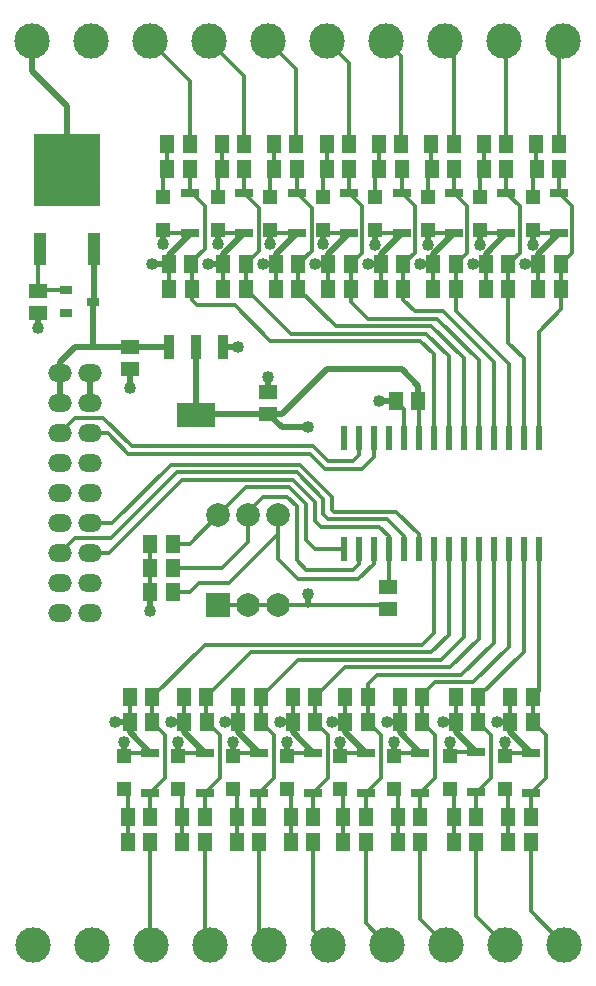
<source format=gtl>
%TF.GenerationSoftware,Novarm,DipTrace,3.3.1.2*%
%TF.CreationDate,2019-04-15T21:39:31+01:00*%
%FSLAX35Y35*%
%MOMM*%
%TF.FileFunction,Copper,L1,Top*%
%TF.Part,Single*%
%TA.AperFunction,Conductor*%
%ADD13C,0.3*%
%ADD14C,0.5*%
%ADD16R,1.3X1.5*%
%ADD17R,1.5X1.3*%
%ADD19R,1.2X1.2*%
%ADD21R,1.6X0.8*%
%ADD23R,1.05X0.65*%
%ADD25R,1.0X2.75*%
%ADD26R,5.55X6.15*%
%TA.AperFunction,ComponentPad*%
%ADD27R,2.0X2.0*%
%ADD28C,2.0*%
%ADD29O,2.0X1.5*%
%ADD30R,0.6X2.0*%
%TA.AperFunction,ComponentPad*%
%ADD31C,3.0*%
%ADD33R,0.95X2.15*%
%ADD34R,3.25X2.15*%
%TA.AperFunction,ViaPad*%
%ADD35C,1.016*%
G75*
G01*
%LPD*%
X4650887Y920653D2*
D13*
Y1126527D1*
X4651367Y1127007D1*
Y1332880D1*
X4619140Y1365107D1*
X1444953Y1936547D2*
Y2142420D1*
X1444473Y2142900D1*
X1619080Y1673360D2*
X1425107D1*
X1396853Y1645107D1*
X1904800Y2142900D2*
Y1937027D1*
X1905280Y1936547D1*
X2365127Y2142900D2*
Y1937027D1*
X2365607Y1936547D1*
X2825453Y2142900D2*
Y1937027D1*
X2825933Y1936547D1*
X3270387Y2142900D2*
Y1936547D1*
X3730233Y2142900D2*
Y1937027D1*
X3730713Y1936547D1*
X2079407Y1673360D2*
X1885433D1*
X1857180Y1645107D1*
X2539733Y1673360D2*
X2345760D1*
X2317507Y1645107D1*
X3000060Y1673360D2*
X2806087D1*
X2777833Y1645107D1*
X3444513Y1673360D2*
X3250540D1*
X3222287Y1645107D1*
X4206433Y2142900D2*
Y1937027D1*
X4206913Y1936547D1*
X4666760Y2142900D2*
Y1936547D1*
X4841367Y1673360D2*
X4647393D1*
X4619140Y1645107D1*
X4376433Y1677967D2*
X4191673D1*
X4158813Y1645107D1*
X3904840Y1673360D2*
X3710867D1*
X3682613Y1645107D1*
X1619080Y3444513D2*
Y3238160D1*
Y3031807D1*
X4016433Y5603287D2*
Y5809160D1*
X4015953Y5809640D1*
X4905340Y5603287D2*
Y5809160D1*
X4904860Y5809640D1*
X4460887Y5603287D2*
Y5809160D1*
X4460407Y5809640D1*
X3571980Y5603287D2*
Y5809160D1*
X3571500Y5809640D1*
X3127527Y5603287D2*
Y5809160D1*
X3127047Y5809640D1*
X2683073Y5603287D2*
Y5809160D1*
X2682593Y5809640D1*
X2238620Y5603287D2*
Y5809160D1*
X2238140Y5809640D1*
X1778293Y5603287D2*
Y5809160D1*
X1777813Y5809640D1*
X1952420Y6072827D2*
X1758447D1*
X1730193Y6101080D1*
X2412747Y6072827D2*
X2218773D1*
X2190520Y6101080D1*
X2857200Y6072827D2*
X2663227D1*
X2634973Y6101080D1*
X3301653Y6072827D2*
X3107680D1*
X3079427Y6101080D1*
X3746107Y6072827D2*
X3552133D1*
X3523880Y6101080D1*
X4190560Y6072827D2*
X3996587D1*
X3968333Y6101080D1*
X4635013Y6072827D2*
X4441040D1*
X4412787Y6101080D1*
X5079467Y6072827D2*
X4885493D1*
X4857240Y6101080D1*
X3763113Y4335257D2*
Y4586740D1*
X3698967Y4650887D1*
X1105020Y4631777D2*
D14*
Y4885777D1*
X666680Y5396933D2*
Y5269947D1*
X1444233Y4920973D2*
Y4762240D1*
X2619100Y4729773D2*
Y4857240D1*
X3698967Y4650887D2*
X3555627D1*
X1619080Y3031807D2*
Y2873073D1*
X2238140Y5111213D2*
X2365127D1*
X1730193Y6101080D2*
Y5984247D1*
X2190520Y6101080D2*
Y5984247D1*
X2634973Y6101080D2*
Y5984247D1*
X3079427Y6101080D2*
Y5984247D1*
X3523880Y6101080D2*
Y5968373D1*
X3968333Y6101080D2*
Y5968373D1*
X4412787Y6101080D2*
Y5968373D1*
X4857240Y6101080D2*
Y5968373D1*
X1777813Y5809640D2*
X1634953D1*
X2238140D2*
X2111153D1*
X3127047D2*
X3015933D1*
X2682593D2*
X2571480D1*
X3571500D2*
X3460387D1*
X4015953D2*
X3904840D1*
X4460407D2*
X4349293D1*
X4904860D2*
X4793747D1*
X1396853Y1645107D2*
Y1761940D1*
X1857180Y1645107D2*
Y1761940D1*
X2317507Y1645107D2*
Y1761940D1*
X2777833Y1645107D2*
Y1761940D1*
X3222287Y1645107D2*
Y1761940D1*
X3682613Y1645107D2*
Y1761940D1*
X4158813Y1645107D2*
Y1761940D1*
X4619140Y1645107D2*
Y1761940D1*
X1444953Y1936547D2*
X1317487D1*
X1905280D2*
X1793687D1*
X2365607D2*
X2254013D1*
X2825933D2*
X2714340D1*
X3270387D2*
X3158793D1*
X3730713D2*
X3619120D1*
X4206913D2*
X4095320D1*
X4666760D2*
X4555647D1*
X1444953D2*
Y1847487D1*
X1619080Y1673360D1*
X1905280Y1936547D2*
Y1847487D1*
X2079407Y1673360D1*
X2365607Y1936547D2*
Y1847487D1*
X2539733Y1673360D1*
X2825933Y1936547D2*
Y1847487D1*
X3000060Y1673360D1*
X3270387Y1936547D2*
Y1847487D1*
X3444513Y1673360D1*
X3730713Y1936547D2*
Y1847487D1*
X3904840Y1673360D1*
X4206913Y1936547D2*
Y1847487D1*
X4376433Y1677967D1*
X4666760Y1936547D2*
Y1847967D1*
X4841367Y1673360D1*
X1952420Y6072827D2*
Y6063613D1*
X1777813Y5889007D1*
Y5809640D1*
X2412747Y6072827D2*
X2238140Y5898220D1*
Y5809640D1*
X2857200Y6072827D2*
X2682593Y5898220D1*
Y5809640D1*
X3301653Y6072827D2*
X3127047Y5898220D1*
Y5809640D1*
X5079467Y6072827D2*
X4904860Y5898220D1*
Y5809640D1*
X4635013Y6072827D2*
X4460407Y5898220D1*
Y5809640D1*
X4190560Y6072827D2*
X4015953Y5898220D1*
Y5809640D1*
X3746107Y6072827D2*
X3571500Y5898220D1*
Y5809640D1*
X4841367Y1333360D2*
D13*
X4968353Y1460347D1*
Y1824953D1*
X4856760Y1936547D1*
X4841367Y1127007D2*
Y1333360D1*
X4856760Y2142900D2*
Y1936547D1*
X4906113Y3395257D2*
Y2192253D1*
X4856760Y2142900D1*
X3890113Y3395257D2*
Y3522733D1*
X3698487Y3714360D1*
X3174667D1*
X3158793Y3730233D1*
Y3841347D1*
X2888947Y4111193D1*
X1793687D1*
X1298270Y3615777D1*
X1105020D1*
X3763113Y3395257D2*
Y3506873D1*
X3619120Y3650867D1*
X3127047D1*
X3079427Y3698487D1*
Y3825473D1*
X2857200Y4047700D1*
X1841307D1*
X1285740Y3492133D1*
X981377D1*
X851020Y3361777D1*
X910553Y6606627D2*
D14*
Y7153100D1*
X617000Y7446653D1*
Y7700000D1*
X4190560Y920653D2*
D13*
Y1127007D1*
X4190800Y1127247D1*
Y1333120D1*
X4158813Y1365107D1*
X1138553Y5936627D2*
D14*
Y5496187D1*
X1134780Y5492413D1*
X1778140Y5111213D2*
X1444473D1*
X1444233Y5110973D1*
X851020Y4631777D2*
Y4885777D1*
X1444233Y5110973D2*
X1134780D1*
X983907D1*
X851020Y4978087D1*
Y4885777D1*
X1134780Y5492413D2*
Y5110973D1*
X3714360Y920653D2*
D13*
Y1127007D1*
X3714600Y1127247D1*
Y1333120D1*
X3682613Y1365107D1*
X3382113Y4335257D2*
Y4191653D1*
X3333400Y4142940D1*
X3127047D1*
X3000060Y4269927D1*
X1460347D1*
X1222247Y4508027D1*
X981270D1*
X851020Y4377777D1*
X3509113Y4335257D2*
Y4175793D1*
X3412767Y4079447D1*
X3095300D1*
X2968313Y4206433D1*
X1428600D1*
X1257257Y4377777D1*
X1105020D1*
X3636113Y3395257D2*
Y3078947D1*
X3634993D1*
X3636113Y3395257D2*
Y3506887D1*
X3555627Y3587373D1*
X3063553D1*
X3015933Y3634993D1*
Y3793727D1*
X2825453Y3984207D1*
X1888927D1*
X1266497Y3361777D1*
X1105020D1*
X2190520Y2920693D2*
X2444520D1*
X2698520D1*
X2952440D1*
X3603247D1*
X3634993Y2888947D1*
X3890113Y4335257D2*
Y4649740D1*
X3888967Y4650887D1*
X2008140Y5111213D2*
D14*
Y4531213D1*
X2619100Y4539773D2*
X2016700D1*
X2008140Y4531213D1*
X3888967Y4650887D2*
Y4777873D1*
X3746107Y4920733D1*
X3111173D1*
X2730213Y4539773D1*
X2619100D1*
X2730213Y4428660D1*
X2952440D1*
Y3015933D2*
Y2920693D1*
X3255113Y3395257D2*
D13*
X3017570D1*
X2936567Y3476260D1*
Y3777853D1*
X2793707Y3920713D1*
X2428590D1*
X2190570Y3682693D1*
X1809080Y3444513D2*
X1952390D1*
X2190570Y3682693D1*
X3382113Y3395257D2*
Y3271000D1*
X3333400Y3222287D1*
X2936567D1*
X2857200Y3301653D1*
Y3761980D1*
X2777833Y3841347D1*
X2571480D1*
X2444520Y3714387D1*
Y3682693D1*
X1809080Y3238160D2*
X2222267D1*
X2444520Y3460413D1*
Y3682693D1*
X3509113Y3395257D2*
Y3271013D1*
X3381020Y3142920D1*
X2873073D1*
X2698520Y3317473D1*
Y3682693D1*
X1809080Y3031807D2*
X1952420D1*
X2031787Y3111173D1*
X2285760D1*
X2698520Y3523933D1*
Y3682693D1*
X4376433Y1337967D2*
X4385647D1*
X4508027Y1460347D1*
Y1825433D1*
X4396913Y1936547D1*
X4380800Y1127247D2*
Y1333600D1*
X4376433Y1337967D1*
X4396433Y2142900D2*
Y1937027D1*
X4396913Y1936547D1*
X4779113Y3395257D2*
Y2525580D1*
X4396433Y2142900D1*
X3254033Y920653D2*
Y1127007D1*
X3254273Y1127247D1*
Y1333120D1*
X3222287Y1365107D1*
X3904840Y1333360D2*
X4031827Y1460347D1*
Y1825433D1*
X3920713Y1936547D1*
X3904600Y1127247D2*
Y1333120D1*
X3904840Y1333360D1*
X3920233Y2142900D2*
Y1937027D1*
X3920713Y1936547D1*
X4652113Y3395257D2*
Y2572707D1*
X4349293Y2269887D1*
X4031827D1*
X3920233Y2158293D1*
Y2142900D1*
X2809580Y920653D2*
Y1127007D1*
X2809820Y1127247D1*
Y1333120D1*
X2777833Y1365107D1*
X3444513Y1333360D2*
X3571500Y1460347D1*
Y1825433D1*
X3460387Y1936547D1*
X3444273Y1127247D2*
Y1333120D1*
X3444513Y1333360D1*
X3460387Y2142900D2*
Y1936547D1*
X4525113Y3395257D2*
Y2604440D1*
X4254053Y2333380D1*
X3539753D1*
X3460387Y2254013D1*
Y2142900D1*
X2349253Y920653D2*
Y1127007D1*
X2349493Y1127247D1*
Y1333120D1*
X2317507Y1365107D1*
X3000060Y1333360D2*
X3127047Y1460347D1*
Y1825433D1*
X3015933Y1936547D1*
X2999820Y1127247D2*
Y1333120D1*
X3000060Y1333360D1*
X3015453Y2142900D2*
Y1937027D1*
X3015933Y1936547D1*
X4398113Y3395257D2*
Y2636173D1*
X4158813Y2396873D1*
X3269427D1*
X3015453Y2142900D1*
X1761940Y6825533D2*
Y6619660D1*
X1762420Y6619180D1*
X1730193Y6381080D2*
Y6586953D1*
X1762420Y6619180D1*
X2539733Y1333360D2*
X2666720Y1460347D1*
Y1825433D1*
X2555607Y1936547D1*
X2539493Y1127247D2*
Y1333120D1*
X2539733Y1333360D1*
X2555127Y2142900D2*
Y1937027D1*
X2555607Y1936547D1*
X4271113Y3395257D2*
Y2652033D1*
X4079447Y2460367D1*
X2872593D1*
X2555127Y2142900D1*
X1888927Y920653D2*
Y1127007D1*
X1889167Y1127247D1*
Y1333120D1*
X1857180Y1365107D1*
X2079407Y1333360D2*
X2206393Y1460347D1*
Y1825433D1*
X2095280Y1936547D1*
X2079167Y1127247D2*
Y1333120D1*
X2079407Y1333360D1*
X2094800Y2142900D2*
Y1937027D1*
X2095280Y1936547D1*
X4144113Y3395257D2*
Y2667893D1*
X4000080Y2523860D1*
X2475760D1*
X2094800Y2142900D1*
X1428600Y920653D2*
Y1127007D1*
X1428840Y1127247D1*
Y1333120D1*
X1396853Y1365107D1*
X1619080Y1333360D2*
X1746067Y1460347D1*
Y1825433D1*
X1634953Y1936547D1*
X1618840Y1127247D2*
Y1333120D1*
X1619080Y1333360D1*
X1634473Y2142900D2*
Y1937027D1*
X1634953Y1936547D1*
X4017113Y3395257D2*
Y2683753D1*
X3920713Y2587353D1*
X2078927D1*
X1634473Y2142900D1*
X2857200Y6412827D2*
X2984187Y6285840D1*
Y5921233D1*
X2872593Y5809640D1*
X2857200Y6412827D2*
Y6619180D1*
X2873073Y5603287D2*
Y5809160D1*
X2872593Y5809640D1*
X4271113Y4335257D2*
Y5014787D1*
X4000080Y5285820D1*
X3190540D1*
X2873073Y5603287D1*
X1952420Y6412827D2*
X1968293D1*
X2079407Y6301713D1*
Y5936627D1*
X1967813Y5825033D1*
Y5809640D1*
X1952420Y6412827D2*
Y6619180D1*
X1968293Y5603287D2*
Y5809160D1*
X1967813Y5809640D1*
X4017113Y4335257D2*
Y5046560D1*
X3904840Y5158833D1*
X2634973D1*
X2333380Y5460427D1*
X2015913D1*
X1968293Y5508047D1*
Y5603287D1*
X2222267Y6825533D2*
Y6619660D1*
X2222747Y6619180D1*
X2190520Y6381080D2*
Y6586953D1*
X2222747Y6619180D1*
X2666720Y6825533D2*
Y6619660D1*
X2667200Y6619180D1*
X2634973Y6381080D2*
Y6586953D1*
X2667200Y6619180D1*
X2412747Y6412827D2*
X2539733Y6285840D1*
Y5921233D1*
X2428140Y5809640D1*
X2412747Y6412827D2*
Y6619180D1*
X2428620Y5603287D2*
Y5809160D1*
X2428140Y5809640D1*
X4144113Y4335257D2*
Y5030673D1*
X3952460Y5222327D1*
X2809580D1*
X2428620Y5603287D1*
X3111173Y6825533D2*
Y6619660D1*
X3111653Y6619180D1*
X3079427Y6381080D2*
Y6586953D1*
X3111653Y6619180D1*
X4840887Y920653D2*
Y331613D1*
X5125000Y47500D1*
X3555627Y6825533D2*
Y6619660D1*
X3556107Y6619180D1*
X3523880Y6381080D2*
Y6586953D1*
X3556107Y6619180D1*
X3301653Y6412827D2*
X3412767Y6301713D1*
Y5905360D1*
X3317047Y5809640D1*
X3301653Y6412827D2*
Y6619180D1*
X3317527Y5603287D2*
Y5809160D1*
X3317047Y5809640D1*
X4398113Y4335257D2*
Y4998900D1*
X4047700Y5349313D1*
X3460387D1*
X3317527Y5492173D1*
Y5603287D1*
X4000080Y6825533D2*
Y6619660D1*
X4000560Y6619180D1*
X3968333Y6381080D2*
Y6586953D1*
X4000560Y6619180D1*
X3746107Y6412827D2*
X3857220Y6301713D1*
Y5905360D1*
X3761500Y5809640D1*
X3746107Y6412827D2*
Y6619180D1*
X3761980Y5603287D2*
Y5809160D1*
X3761500Y5809640D1*
X4525113Y4335257D2*
Y4983013D1*
X4095320Y5412807D1*
X3857220D1*
X3761980Y5508047D1*
Y5603287D1*
X4190560Y6412827D2*
X4301673Y6301713D1*
Y5905360D1*
X4205953Y5809640D1*
X4190560Y6412827D2*
Y6619180D1*
X4206433Y5603287D2*
Y5809160D1*
X4205953Y5809640D1*
X4652113Y4335257D2*
Y4967127D1*
X4206433Y5412807D1*
Y5603287D1*
X4444533Y6825533D2*
Y6619660D1*
X4445013Y6619180D1*
X4412787Y6381080D2*
Y6586953D1*
X4445013Y6619180D1*
X4635013Y6412827D2*
X4746127Y6301713D1*
Y5905360D1*
X4650407Y5809640D1*
X4635013Y6412827D2*
Y6619180D1*
X4650887Y5603287D2*
Y5809160D1*
X4650407Y5809640D1*
X4779113Y4335257D2*
Y5014733D1*
X4650887Y5142960D1*
Y5603287D1*
X4888987Y6825533D2*
Y6619660D1*
X4889467Y6619180D1*
X4857240Y6381080D2*
Y6586953D1*
X4889467Y6619180D1*
X5094860Y5809640D2*
X5190580Y5905360D1*
Y6301713D1*
X5079467Y6412827D1*
Y6619180D1*
X5095340Y5603287D2*
Y5809160D1*
X5094860Y5809640D1*
X4906113Y4335257D2*
Y5239453D1*
X5095340Y5428680D1*
Y5603287D1*
X3745627Y6825533D2*
Y7571373D1*
X3617000Y7700000D1*
X4190080Y6825533D2*
Y7626920D1*
X4117000Y7700000D1*
X4380560Y920653D2*
Y291940D1*
X4625000Y47500D1*
X3904360Y920653D2*
Y268140D1*
X4125000Y47500D1*
X3444033Y920653D2*
Y228467D1*
X3625000Y47500D1*
X2999580Y920653D2*
Y172920D1*
X3125000Y47500D1*
X2539253Y920653D2*
Y133247D1*
X2625000Y47500D1*
X2078927Y920653D2*
Y93573D1*
X2125000Y47500D1*
X1618600Y920653D2*
Y53900D1*
X1625000Y47500D1*
X1951940Y6825533D2*
Y7365060D1*
X1617000Y7700000D1*
X2412267Y6825533D2*
Y7404733D1*
X2117000Y7700000D1*
X2856720Y6825533D2*
Y7460280D1*
X2617000Y7700000D1*
X3301173Y6825533D2*
Y7515827D1*
X3117000Y7700000D1*
X666680Y5586933D2*
Y5920753D1*
X682553Y5936627D1*
X904780Y5587413D2*
X667160D1*
X666680Y5586933D1*
X4634533Y6825533D2*
Y7682467D1*
X4617000Y7700000D1*
X5078987Y6825533D2*
Y7661987D1*
X5117000Y7700000D1*
D35*
X666680Y5269947D3*
X1444233Y4762240D3*
X2619100Y4857240D3*
X3555627Y4650887D3*
X1619080Y2873073D3*
X2365127Y5111213D3*
X1730193Y5984247D3*
X2190520D3*
X2634973D3*
X3079427D3*
X3523880Y5968373D3*
X3968333D3*
X4412787D3*
X4857240D3*
X1634953Y5809640D3*
X2111153D3*
X3015933D3*
X2571480D3*
X3460387D3*
X3904840D3*
X4349293D3*
X4793747D3*
X1396853Y1761940D3*
X1857180D3*
X2317507D3*
X2777833D3*
X3222287D3*
X3682613D3*
X4158813D3*
X4619140D3*
X1317487Y1936547D3*
X1793687D3*
X2254013D3*
X2714340D3*
X3158793D3*
X3619120D3*
X4095320D3*
X4555647D3*
X2952440Y4428660D3*
Y3015933D3*
D16*
X4856760Y2142900D3*
X4666760D3*
D17*
X1444233Y5110973D3*
Y4920973D3*
X2619100Y4539773D3*
Y4729773D3*
D16*
X3888967Y4650887D3*
X3698967D3*
X4396433Y2142900D3*
X4206433D3*
X3920233D3*
X3730233D3*
X3460387D3*
X3270387D3*
X3015453D3*
X2825453D3*
X2555127D3*
X2365127D3*
X2094800D3*
X1904800D3*
X1634473D3*
X1444473D3*
X1968293Y5603287D3*
X1778293D3*
X2428620D3*
X2238620D3*
X2873073D3*
X2683073D3*
X3317527D3*
X3127527D3*
X3761980D3*
X3571980D3*
X4206433D3*
X4016433D3*
X4650887D3*
X4460887D3*
X5095340D3*
X4905340D3*
D19*
X4619140Y1365107D3*
Y1645107D3*
D21*
X4841367Y1333360D3*
Y1673360D3*
D23*
X904780Y5587413D3*
Y5397413D3*
X1134780Y5492413D3*
D19*
X4158813Y1365107D3*
Y1645107D3*
D21*
X4376433Y1337967D3*
Y1677967D3*
D19*
X3682613Y1365107D3*
Y1645107D3*
D21*
X3904840Y1333360D3*
Y1673360D3*
D19*
X3222287Y1365107D3*
Y1645107D3*
D21*
X3444513Y1333360D3*
Y1673360D3*
D19*
X2777833Y1365107D3*
Y1645107D3*
D21*
X3000060Y1333360D3*
Y1673360D3*
D19*
X2317507Y1365107D3*
Y1645107D3*
D21*
X2539733Y1333360D3*
Y1673360D3*
D19*
X1857180Y1365107D3*
Y1645107D3*
D21*
X2079407Y1333360D3*
Y1673360D3*
D19*
X1396853Y1365107D3*
Y1645107D3*
D21*
X1619080Y1333360D3*
Y1673360D3*
D19*
X1730193Y6381080D3*
Y6101080D3*
D21*
X1952420Y6412827D3*
Y6072827D3*
D19*
X2190520Y6381080D3*
Y6101080D3*
D21*
X2412747Y6412827D3*
Y6072827D3*
D19*
X2634973Y6381080D3*
Y6101080D3*
D21*
X2857200Y6412827D3*
Y6072827D3*
D19*
X3079427Y6381080D3*
Y6101080D3*
D21*
X3301653Y6412827D3*
Y6072827D3*
D19*
X3523880Y6381080D3*
Y6101080D3*
D21*
X3746107Y6412827D3*
Y6072827D3*
D19*
X3968333Y6381080D3*
Y6101080D3*
D21*
X4190560Y6412827D3*
Y6072827D3*
D19*
X4412787Y6381080D3*
Y6101080D3*
D21*
X4635013Y6412827D3*
Y6072827D3*
D19*
X4857240Y6381080D3*
Y6101080D3*
D21*
X5079467Y6412827D3*
Y6072827D3*
D25*
X682553Y5936627D3*
X1138553D3*
D26*
X910553Y6606627D3*
D16*
X4650887Y920653D3*
X4840887D3*
X4841367Y1127007D3*
X4651367D3*
X4666760Y1936547D3*
X4856760D3*
X1619080Y3031807D3*
X1809080D3*
X1619080Y3238160D3*
X1809080D3*
X1619080Y3444513D3*
X1809080D3*
D17*
X3634993Y2888947D3*
Y3078947D3*
D16*
X4190560Y920653D3*
X4380560D3*
X4380800Y1127247D3*
X4190800D3*
X4206913Y1936547D3*
X4396913D3*
X3714360Y920653D3*
X3904360D3*
X3904600Y1127247D3*
X3714600D3*
X3730713Y1936547D3*
X3920713D3*
X3254033Y920653D3*
X3444033D3*
X3444273Y1127247D3*
X3254273D3*
X3270387Y1936547D3*
X3460387D3*
X2809580Y920653D3*
X2999580D3*
X2999820Y1127247D3*
X2809820D3*
X2825933Y1936547D3*
X3015933D3*
X2349253Y920653D3*
X2539253D3*
D17*
X666680Y5396933D3*
Y5586933D3*
D16*
X2539493Y1127247D3*
X2349493D3*
X2365607Y1936547D3*
X2555607D3*
X1888927Y920653D3*
X2078927D3*
X2079167Y1127247D3*
X1889167D3*
X1905280Y1936547D3*
X2095280D3*
X1428600Y920653D3*
X1618600D3*
X1618840Y1127247D3*
X1428840D3*
X1444953Y1936547D3*
X1634953D3*
X1761940Y6825533D3*
X1951940D3*
X1952420Y6619180D3*
X1762420D3*
X1777813Y5809640D3*
X1967813D3*
X2222267Y6825533D3*
X2412267D3*
X2412747Y6619180D3*
X2222747D3*
X2238140Y5809640D3*
X2428140D3*
X2666720Y6825533D3*
X2856720D3*
X2857200Y6619180D3*
X2667200D3*
X2682593Y5809640D3*
X2872593D3*
X3111173Y6825533D3*
X3301173D3*
X3301653Y6619180D3*
X3111653D3*
X3127047Y5809640D3*
X3317047D3*
X3555627Y6825533D3*
X3745627D3*
X3746107Y6619180D3*
X3556107D3*
X3571500Y5809640D3*
X3761500D3*
X4000080Y6825533D3*
X4190080D3*
X4190560Y6619180D3*
X4000560D3*
X4015953Y5809640D3*
X4205953D3*
X4444533Y6825533D3*
X4634533D3*
X4635013Y6619180D3*
X4445013D3*
X4460407Y5809640D3*
X4650407D3*
X4888987Y6825533D3*
X5078987D3*
X5079467Y6619180D3*
X4889467D3*
X4904860Y5809640D3*
X5094860D3*
D27*
X2190520Y2920693D3*
D28*
X2444520D3*
X2698520D3*
Y3682693D3*
X2444520D3*
X2190570D3*
D29*
X851020Y4885777D3*
Y4631777D3*
Y4377777D3*
Y4123777D3*
Y3869777D3*
Y3615777D3*
Y3361777D3*
Y3107777D3*
Y2853777D3*
X1105020Y4885777D3*
Y4631777D3*
Y4377777D3*
Y4123777D3*
Y3869777D3*
Y3615777D3*
Y3361777D3*
Y3107777D3*
Y2853777D3*
D30*
X4906113Y4335257D3*
X4779113D3*
X4652113D3*
X4525113D3*
X4398113D3*
X4271113D3*
X4144113D3*
X4017113D3*
X3890113D3*
X3763113D3*
X3636113D3*
X3509113D3*
X3382113D3*
X3255113D3*
Y3395257D3*
X3382113D3*
X3509113D3*
X3636113D3*
X3763113D3*
X3890113D3*
X4017113D3*
X4144113D3*
X4271113D3*
X4398113D3*
X4525113D3*
X4652113D3*
X4779113D3*
X4906113D3*
D31*
X617000Y7700000D3*
X1117000D3*
X1617000D3*
X2117000D3*
X2617000D3*
X3117000D3*
X5125000Y47500D3*
X4625000D3*
X4125000D3*
X3625000D3*
X3125000D3*
X2625000D3*
X3617000Y7700000D3*
X4117000D3*
X4617000D3*
X5117000D3*
X2125000Y47500D3*
X1625000D3*
X1125000D3*
X625000D3*
D33*
X2238140Y5111213D3*
X2008140D3*
X1778140D3*
D34*
X2008140Y4531213D3*
M02*

</source>
